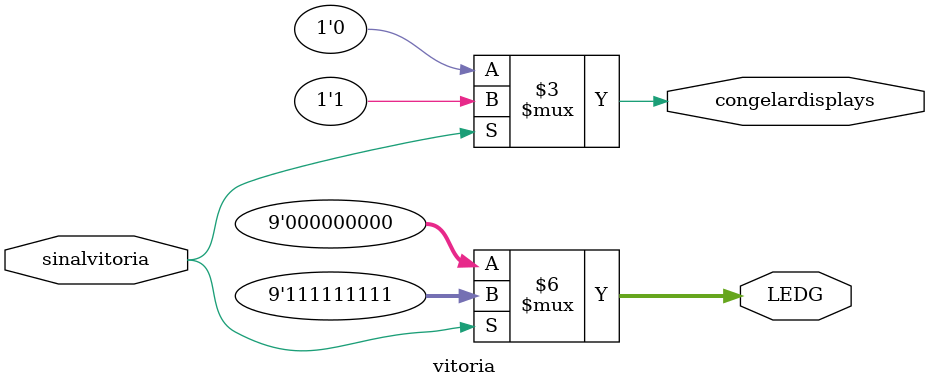
<source format=v>
module vitoria (
    input wire sinalvitoria,
    output reg [8:0] LEDG,
    output reg congelardisplays
);
    always @(*) begin
        if (sinalvitoria) begin
            LEDG <= 9'b111111111;
            congelardisplays <= 1;
        end else begin
            LEDG <= 9'b000000000;
            congelardisplays <= 0;
        end
    end
endmodule
</source>
